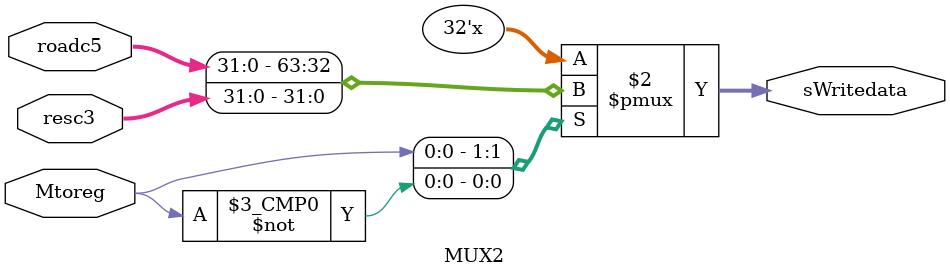
<source format=v>
`timescale 1ns/1ns

module MUX2(
     input [31:0]roadc5,
	 input [31:0]resc3,
	 input Mtoreg,
	 output reg [31:0]sWritedata
	 
);

always @*
case (Mtoreg) 
      1:
	     sWritedata = roadc5;
	  0:
	     sWritedata = resc3;
endcase
endmodule

</source>
